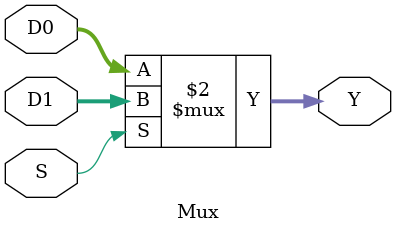
<source format=sv>

module Mux (D0, D1, S, Y);
	
	parameter WIDTH = 32;

	input logic [WIDTH-1:0] D0, D1;
	input logic S;
	output logic [WIDTH-1:0] Y;

	assign #5 Y = (S == 0) ? D0 : D1;

endmodule
</source>
